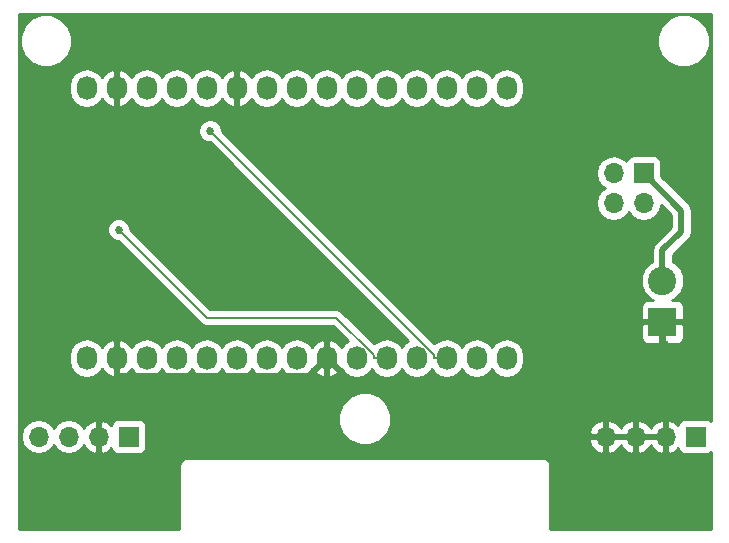
<source format=gbl>
G04 #@! TF.FileFunction,Copper,L2,Bot,Mixed*
%FSLAX46Y46*%
G04 Gerber Fmt 4.6, Leading zero omitted, Abs format (unit mm)*
G04 Created by KiCad (PCBNEW 4.0.6) date Thu Jun 20 17:07:18 2019*
%MOMM*%
%LPD*%
G01*
G04 APERTURE LIST*
%ADD10C,0.100000*%
%ADD11O,1.727200X2.032000*%
%ADD12C,2.400000*%
%ADD13R,2.400000X2.400000*%
%ADD14R,1.700000X1.700000*%
%ADD15O,1.700000X1.700000*%
%ADD16C,0.685800*%
%ADD17C,0.508000*%
%ADD18C,0.152400*%
%ADD19C,0.254000*%
G04 APERTURE END LIST*
D10*
D11*
X142000000Y-62000000D03*
X139460000Y-62000000D03*
X136920000Y-62000000D03*
X134380000Y-62000000D03*
X131840000Y-62000000D03*
X129300000Y-62000000D03*
X126760000Y-62000000D03*
X124220000Y-62000000D03*
X121680000Y-62000000D03*
X119140000Y-62000000D03*
X116600000Y-62000000D03*
X114060000Y-62000000D03*
X111520000Y-62000000D03*
X108980000Y-62000000D03*
X106440000Y-62000000D03*
X142000000Y-84860000D03*
X111520000Y-84860000D03*
X108980000Y-84860000D03*
X114060000Y-84860000D03*
X129300000Y-84860000D03*
X131840000Y-84860000D03*
X126760000Y-84860000D03*
X106440000Y-84860000D03*
X121680000Y-84860000D03*
X124220000Y-84860000D03*
X119140000Y-84860000D03*
X116600000Y-84860000D03*
X136920000Y-84860000D03*
X134380000Y-84860000D03*
X139460000Y-84860000D03*
D12*
X155200000Y-78300000D03*
D13*
X155200000Y-81800000D03*
D14*
X153600000Y-69200000D03*
D15*
X153600000Y-71740000D03*
X151060000Y-69200000D03*
X151060000Y-71740000D03*
D14*
X110000000Y-91500000D03*
D15*
X107460000Y-91500000D03*
X104920000Y-91500000D03*
X102380000Y-91500000D03*
D14*
X158000000Y-91500000D03*
D15*
X155460000Y-91500000D03*
X152920000Y-91500000D03*
X150380000Y-91500000D03*
D16*
X139810000Y-73700000D03*
X109145900Y-73971200D03*
X116895000Y-65625000D03*
D17*
X155200000Y-78300000D02*
X155200000Y-75740000D01*
X156790000Y-72390000D02*
X153600000Y-69200000D01*
X156790000Y-74150000D02*
X156790000Y-72390000D01*
X155200000Y-75740000D02*
X156790000Y-74150000D01*
X155200000Y-81800000D02*
X147820000Y-81800000D01*
X139810000Y-73790000D02*
X139810000Y-73700000D01*
X147820000Y-81800000D02*
X139810000Y-73790000D01*
X155460000Y-83666700D02*
X155200000Y-83406700D01*
X155460000Y-91500000D02*
X155460000Y-83666700D01*
X155200000Y-81800000D02*
X155200000Y-83406700D01*
X107460000Y-91500000D02*
X107460000Y-90243300D01*
X108980000Y-84860000D02*
X108980000Y-86337400D01*
X108980000Y-88723300D02*
X107460000Y-90243300D01*
X108980000Y-86337400D02*
X108980000Y-88723300D01*
X125282600Y-86337400D02*
X108980000Y-86337400D01*
X126760000Y-84860000D02*
X125282600Y-86337400D01*
X150380000Y-91500000D02*
X149123300Y-91500000D01*
X144527500Y-86904200D02*
X149123300Y-91500000D01*
X128804200Y-86904200D02*
X144527500Y-86904200D01*
X126760000Y-84860000D02*
X128804200Y-86904200D01*
D18*
X116609700Y-81435000D02*
X109145900Y-73971200D01*
X127595600Y-81435000D02*
X116609700Y-81435000D01*
X130747500Y-84586900D02*
X127595600Y-81435000D01*
X130747500Y-84860000D02*
X130747500Y-84586900D01*
X131840000Y-84860000D02*
X130747500Y-84860000D01*
X136920000Y-84860000D02*
X135827500Y-84860000D01*
X135827500Y-84557500D02*
X116895000Y-65625000D01*
X135827500Y-84860000D02*
X135827500Y-84557500D01*
D19*
G36*
X159290000Y-90182099D02*
X159101890Y-90053569D01*
X158850000Y-90002560D01*
X157150000Y-90002560D01*
X156914683Y-90046838D01*
X156698559Y-90185910D01*
X156553569Y-90398110D01*
X156531699Y-90506107D01*
X156226924Y-90228355D01*
X155816890Y-90058524D01*
X155587000Y-90179845D01*
X155587000Y-91373000D01*
X155607000Y-91373000D01*
X155607000Y-91627000D01*
X155587000Y-91627000D01*
X155587000Y-92820155D01*
X155816890Y-92941476D01*
X156226924Y-92771645D01*
X156529937Y-92495499D01*
X156546838Y-92585317D01*
X156685910Y-92801441D01*
X156898110Y-92946431D01*
X157150000Y-92997440D01*
X158850000Y-92997440D01*
X159085317Y-92953162D01*
X159290000Y-92821452D01*
X159290000Y-99290000D01*
X145710000Y-99290000D01*
X145710000Y-94000000D01*
X145655954Y-93728295D01*
X145502046Y-93497954D01*
X145271705Y-93344046D01*
X145000000Y-93290000D01*
X115000000Y-93290000D01*
X114728295Y-93344046D01*
X114497954Y-93497954D01*
X114344046Y-93728295D01*
X114290000Y-94000000D01*
X114290000Y-99290000D01*
X100710000Y-99290000D01*
X100710000Y-91470907D01*
X100895000Y-91470907D01*
X100895000Y-91529093D01*
X101008039Y-92097378D01*
X101329946Y-92579147D01*
X101811715Y-92901054D01*
X102380000Y-93014093D01*
X102948285Y-92901054D01*
X103430054Y-92579147D01*
X103650000Y-92249974D01*
X103869946Y-92579147D01*
X104351715Y-92901054D01*
X104920000Y-93014093D01*
X105488285Y-92901054D01*
X105970054Y-92579147D01*
X106197702Y-92238447D01*
X106264817Y-92381358D01*
X106693076Y-92771645D01*
X107103110Y-92941476D01*
X107333000Y-92820155D01*
X107333000Y-91627000D01*
X107313000Y-91627000D01*
X107313000Y-91373000D01*
X107333000Y-91373000D01*
X107333000Y-90179845D01*
X107587000Y-90179845D01*
X107587000Y-91373000D01*
X107607000Y-91373000D01*
X107607000Y-91627000D01*
X107587000Y-91627000D01*
X107587000Y-92820155D01*
X107816890Y-92941476D01*
X108226924Y-92771645D01*
X108529937Y-92495499D01*
X108546838Y-92585317D01*
X108685910Y-92801441D01*
X108898110Y-92946431D01*
X109150000Y-92997440D01*
X110850000Y-92997440D01*
X111085317Y-92953162D01*
X111301441Y-92814090D01*
X111446431Y-92601890D01*
X111497440Y-92350000D01*
X111497440Y-90650000D01*
X111458419Y-90442619D01*
X127764613Y-90442619D01*
X128104155Y-91264372D01*
X128732321Y-91893636D01*
X129553481Y-92234611D01*
X130442619Y-92235387D01*
X131264372Y-91895845D01*
X131303393Y-91856892D01*
X148938514Y-91856892D01*
X149184817Y-92381358D01*
X149613076Y-92771645D01*
X150023110Y-92941476D01*
X150253000Y-92820155D01*
X150253000Y-91627000D01*
X150507000Y-91627000D01*
X150507000Y-92820155D01*
X150736890Y-92941476D01*
X151146924Y-92771645D01*
X151575183Y-92381358D01*
X151650000Y-92222046D01*
X151724817Y-92381358D01*
X152153076Y-92771645D01*
X152563110Y-92941476D01*
X152793000Y-92820155D01*
X152793000Y-91627000D01*
X153047000Y-91627000D01*
X153047000Y-92820155D01*
X153276890Y-92941476D01*
X153686924Y-92771645D01*
X154115183Y-92381358D01*
X154190000Y-92222046D01*
X154264817Y-92381358D01*
X154693076Y-92771645D01*
X155103110Y-92941476D01*
X155333000Y-92820155D01*
X155333000Y-91627000D01*
X153047000Y-91627000D01*
X152793000Y-91627000D01*
X150507000Y-91627000D01*
X150253000Y-91627000D01*
X149059181Y-91627000D01*
X148938514Y-91856892D01*
X131303393Y-91856892D01*
X131893636Y-91267679D01*
X131945362Y-91143108D01*
X148938514Y-91143108D01*
X149059181Y-91373000D01*
X150253000Y-91373000D01*
X150253000Y-90179845D01*
X150507000Y-90179845D01*
X150507000Y-91373000D01*
X152793000Y-91373000D01*
X152793000Y-90179845D01*
X153047000Y-90179845D01*
X153047000Y-91373000D01*
X155333000Y-91373000D01*
X155333000Y-90179845D01*
X155103110Y-90058524D01*
X154693076Y-90228355D01*
X154264817Y-90618642D01*
X154190000Y-90777954D01*
X154115183Y-90618642D01*
X153686924Y-90228355D01*
X153276890Y-90058524D01*
X153047000Y-90179845D01*
X152793000Y-90179845D01*
X152563110Y-90058524D01*
X152153076Y-90228355D01*
X151724817Y-90618642D01*
X151650000Y-90777954D01*
X151575183Y-90618642D01*
X151146924Y-90228355D01*
X150736890Y-90058524D01*
X150507000Y-90179845D01*
X150253000Y-90179845D01*
X150023110Y-90058524D01*
X149613076Y-90228355D01*
X149184817Y-90618642D01*
X148938514Y-91143108D01*
X131945362Y-91143108D01*
X132234611Y-90446519D01*
X132235387Y-89557381D01*
X131895845Y-88735628D01*
X131267679Y-88106364D01*
X130446519Y-87765389D01*
X129557381Y-87764613D01*
X128735628Y-88104155D01*
X128106364Y-88732321D01*
X127765389Y-89553481D01*
X127764613Y-90442619D01*
X111458419Y-90442619D01*
X111453162Y-90414683D01*
X111314090Y-90198559D01*
X111101890Y-90053569D01*
X110850000Y-90002560D01*
X109150000Y-90002560D01*
X108914683Y-90046838D01*
X108698559Y-90185910D01*
X108553569Y-90398110D01*
X108531699Y-90506107D01*
X108226924Y-90228355D01*
X107816890Y-90058524D01*
X107587000Y-90179845D01*
X107333000Y-90179845D01*
X107103110Y-90058524D01*
X106693076Y-90228355D01*
X106264817Y-90618642D01*
X106197702Y-90761553D01*
X105970054Y-90420853D01*
X105488285Y-90098946D01*
X104920000Y-89985907D01*
X104351715Y-90098946D01*
X103869946Y-90420853D01*
X103650000Y-90750026D01*
X103430054Y-90420853D01*
X102948285Y-90098946D01*
X102380000Y-89985907D01*
X101811715Y-90098946D01*
X101329946Y-90420853D01*
X101008039Y-90902622D01*
X100895000Y-91470907D01*
X100710000Y-91470907D01*
X100710000Y-84675255D01*
X104941400Y-84675255D01*
X104941400Y-85044745D01*
X105055474Y-85618234D01*
X105380330Y-86104415D01*
X105866511Y-86429271D01*
X106440000Y-86543345D01*
X107013489Y-86429271D01*
X107499670Y-86104415D01*
X107706461Y-85794931D01*
X108077964Y-86210732D01*
X108605209Y-86464709D01*
X108620974Y-86467358D01*
X108853000Y-86346217D01*
X108853000Y-84987000D01*
X108833000Y-84987000D01*
X108833000Y-84733000D01*
X108853000Y-84733000D01*
X108853000Y-83373783D01*
X109107000Y-83373783D01*
X109107000Y-84733000D01*
X109127000Y-84733000D01*
X109127000Y-84987000D01*
X109107000Y-84987000D01*
X109107000Y-86346217D01*
X109339026Y-86467358D01*
X109354791Y-86464709D01*
X109882036Y-86210732D01*
X110253539Y-85794931D01*
X110460330Y-86104415D01*
X110946511Y-86429271D01*
X111520000Y-86543345D01*
X112093489Y-86429271D01*
X112579670Y-86104415D01*
X112790000Y-85789634D01*
X113000330Y-86104415D01*
X113486511Y-86429271D01*
X114060000Y-86543345D01*
X114633489Y-86429271D01*
X115119670Y-86104415D01*
X115330000Y-85789634D01*
X115540330Y-86104415D01*
X116026511Y-86429271D01*
X116600000Y-86543345D01*
X117173489Y-86429271D01*
X117659670Y-86104415D01*
X117870000Y-85789634D01*
X118080330Y-86104415D01*
X118566511Y-86429271D01*
X119140000Y-86543345D01*
X119713489Y-86429271D01*
X120199670Y-86104415D01*
X120410000Y-85789634D01*
X120620330Y-86104415D01*
X121106511Y-86429271D01*
X121680000Y-86543345D01*
X122253489Y-86429271D01*
X122739670Y-86104415D01*
X122950000Y-85789634D01*
X123160330Y-86104415D01*
X123646511Y-86429271D01*
X124220000Y-86543345D01*
X124793489Y-86429271D01*
X125279670Y-86104415D01*
X125486461Y-85794931D01*
X125857964Y-86210732D01*
X126385209Y-86464709D01*
X126400974Y-86467358D01*
X126633000Y-86346217D01*
X126633000Y-84987000D01*
X126613000Y-84987000D01*
X126613000Y-84733000D01*
X126633000Y-84733000D01*
X126633000Y-83373783D01*
X126400974Y-83252642D01*
X126385209Y-83255291D01*
X125857964Y-83509268D01*
X125486461Y-83925069D01*
X125279670Y-83615585D01*
X124793489Y-83290729D01*
X124220000Y-83176655D01*
X123646511Y-83290729D01*
X123160330Y-83615585D01*
X122950000Y-83930366D01*
X122739670Y-83615585D01*
X122253489Y-83290729D01*
X121680000Y-83176655D01*
X121106511Y-83290729D01*
X120620330Y-83615585D01*
X120410000Y-83930366D01*
X120199670Y-83615585D01*
X119713489Y-83290729D01*
X119140000Y-83176655D01*
X118566511Y-83290729D01*
X118080330Y-83615585D01*
X117870000Y-83930366D01*
X117659670Y-83615585D01*
X117173489Y-83290729D01*
X116600000Y-83176655D01*
X116026511Y-83290729D01*
X115540330Y-83615585D01*
X115330000Y-83930366D01*
X115119670Y-83615585D01*
X114633489Y-83290729D01*
X114060000Y-83176655D01*
X113486511Y-83290729D01*
X113000330Y-83615585D01*
X112790000Y-83930366D01*
X112579670Y-83615585D01*
X112093489Y-83290729D01*
X111520000Y-83176655D01*
X110946511Y-83290729D01*
X110460330Y-83615585D01*
X110253539Y-83925069D01*
X109882036Y-83509268D01*
X109354791Y-83255291D01*
X109339026Y-83252642D01*
X109107000Y-83373783D01*
X108853000Y-83373783D01*
X108620974Y-83252642D01*
X108605209Y-83255291D01*
X108077964Y-83509268D01*
X107706461Y-83925069D01*
X107499670Y-83615585D01*
X107013489Y-83290729D01*
X106440000Y-83176655D01*
X105866511Y-83290729D01*
X105380330Y-83615585D01*
X105055474Y-84101766D01*
X104941400Y-84675255D01*
X100710000Y-84675255D01*
X100710000Y-74164863D01*
X108167831Y-74164863D01*
X108316393Y-74524412D01*
X108591241Y-74799740D01*
X108950530Y-74948930D01*
X109117988Y-74949076D01*
X116106806Y-81937894D01*
X116337535Y-82092063D01*
X116382690Y-82101045D01*
X116609700Y-82146200D01*
X127301012Y-82146200D01*
X128558082Y-83403270D01*
X128240330Y-83615585D01*
X128033539Y-83925069D01*
X127662036Y-83509268D01*
X127134791Y-83255291D01*
X127119026Y-83252642D01*
X126887000Y-83373783D01*
X126887000Y-84733000D01*
X126907000Y-84733000D01*
X126907000Y-84987000D01*
X126887000Y-84987000D01*
X126887000Y-86346217D01*
X127119026Y-86467358D01*
X127134791Y-86464709D01*
X127662036Y-86210732D01*
X128033539Y-85794931D01*
X128240330Y-86104415D01*
X128726511Y-86429271D01*
X129300000Y-86543345D01*
X129873489Y-86429271D01*
X130359670Y-86104415D01*
X130570000Y-85789634D01*
X130780330Y-86104415D01*
X131266511Y-86429271D01*
X131840000Y-86543345D01*
X132413489Y-86429271D01*
X132899670Y-86104415D01*
X133110000Y-85789634D01*
X133320330Y-86104415D01*
X133806511Y-86429271D01*
X134380000Y-86543345D01*
X134953489Y-86429271D01*
X135439670Y-86104415D01*
X135650000Y-85789634D01*
X135860330Y-86104415D01*
X136346511Y-86429271D01*
X136920000Y-86543345D01*
X137493489Y-86429271D01*
X137979670Y-86104415D01*
X138190000Y-85789634D01*
X138400330Y-86104415D01*
X138886511Y-86429271D01*
X139460000Y-86543345D01*
X140033489Y-86429271D01*
X140519670Y-86104415D01*
X140730000Y-85789634D01*
X140940330Y-86104415D01*
X141426511Y-86429271D01*
X142000000Y-86543345D01*
X142573489Y-86429271D01*
X143059670Y-86104415D01*
X143384526Y-85618234D01*
X143498600Y-85044745D01*
X143498600Y-84675255D01*
X143384526Y-84101766D01*
X143059670Y-83615585D01*
X142573489Y-83290729D01*
X142000000Y-83176655D01*
X141426511Y-83290729D01*
X140940330Y-83615585D01*
X140730000Y-83930366D01*
X140519670Y-83615585D01*
X140033489Y-83290729D01*
X139460000Y-83176655D01*
X138886511Y-83290729D01*
X138400330Y-83615585D01*
X138190000Y-83930366D01*
X137979670Y-83615585D01*
X137493489Y-83290729D01*
X136920000Y-83176655D01*
X136346511Y-83290729D01*
X135878939Y-83603151D01*
X134361539Y-82085750D01*
X153365000Y-82085750D01*
X153365000Y-83126309D01*
X153461673Y-83359698D01*
X153640301Y-83538327D01*
X153873690Y-83635000D01*
X154914250Y-83635000D01*
X155073000Y-83476250D01*
X155073000Y-81927000D01*
X155327000Y-81927000D01*
X155327000Y-83476250D01*
X155485750Y-83635000D01*
X156526310Y-83635000D01*
X156759699Y-83538327D01*
X156938327Y-83359698D01*
X157035000Y-83126309D01*
X157035000Y-82085750D01*
X156876250Y-81927000D01*
X155327000Y-81927000D01*
X155073000Y-81927000D01*
X153523750Y-81927000D01*
X153365000Y-82085750D01*
X134361539Y-82085750D01*
X121446696Y-69170907D01*
X149575000Y-69170907D01*
X149575000Y-69229093D01*
X149688039Y-69797378D01*
X150009946Y-70279147D01*
X150295578Y-70470000D01*
X150009946Y-70660853D01*
X149688039Y-71142622D01*
X149575000Y-71710907D01*
X149575000Y-71769093D01*
X149688039Y-72337378D01*
X150009946Y-72819147D01*
X150491715Y-73141054D01*
X151060000Y-73254093D01*
X151628285Y-73141054D01*
X152110054Y-72819147D01*
X152330000Y-72489974D01*
X152549946Y-72819147D01*
X153031715Y-73141054D01*
X153600000Y-73254093D01*
X154168285Y-73141054D01*
X154650054Y-72819147D01*
X154971961Y-72337378D01*
X155056274Y-71913510D01*
X155901000Y-72758236D01*
X155901000Y-73781764D01*
X154571382Y-75111382D01*
X154378671Y-75399794D01*
X154311000Y-75740000D01*
X154311000Y-76681854D01*
X154161914Y-76743455D01*
X153645270Y-77259199D01*
X153365319Y-77933395D01*
X153364682Y-78663403D01*
X153643455Y-79338086D01*
X154159199Y-79854730D01*
X154424758Y-79965000D01*
X153873690Y-79965000D01*
X153640301Y-80061673D01*
X153461673Y-80240302D01*
X153365000Y-80473691D01*
X153365000Y-81514250D01*
X153523750Y-81673000D01*
X155073000Y-81673000D01*
X155073000Y-81653000D01*
X155327000Y-81653000D01*
X155327000Y-81673000D01*
X156876250Y-81673000D01*
X157035000Y-81514250D01*
X157035000Y-80473691D01*
X156938327Y-80240302D01*
X156759699Y-80061673D01*
X156526310Y-79965000D01*
X155975605Y-79965000D01*
X156238086Y-79856545D01*
X156754730Y-79340801D01*
X157034681Y-78666605D01*
X157035318Y-77936597D01*
X156756545Y-77261914D01*
X156240801Y-76745270D01*
X156089000Y-76682237D01*
X156089000Y-76108236D01*
X157418618Y-74778618D01*
X157611330Y-74490205D01*
X157679000Y-74150000D01*
X157679000Y-72390000D01*
X157611329Y-72049794D01*
X157418618Y-71761382D01*
X155097440Y-69440204D01*
X155097440Y-68350000D01*
X155053162Y-68114683D01*
X154914090Y-67898559D01*
X154701890Y-67753569D01*
X154450000Y-67702560D01*
X152750000Y-67702560D01*
X152514683Y-67746838D01*
X152298559Y-67885910D01*
X152153569Y-68098110D01*
X152139914Y-68165541D01*
X152110054Y-68120853D01*
X151628285Y-67798946D01*
X151060000Y-67685907D01*
X150491715Y-67798946D01*
X150009946Y-68120853D01*
X149688039Y-68602622D01*
X149575000Y-69170907D01*
X121446696Y-69170907D01*
X117872925Y-65597136D01*
X117873069Y-65431337D01*
X117724507Y-65071788D01*
X117449659Y-64796460D01*
X117090370Y-64647270D01*
X116701337Y-64646931D01*
X116341788Y-64795493D01*
X116066460Y-65070341D01*
X115917270Y-65429630D01*
X115916931Y-65818663D01*
X116065493Y-66178212D01*
X116340341Y-66453540D01*
X116699630Y-66602730D01*
X116867088Y-66602876D01*
X133655705Y-83391494D01*
X133320330Y-83615585D01*
X133110000Y-83930366D01*
X132899670Y-83615585D01*
X132413489Y-83290729D01*
X131840000Y-83176655D01*
X131266511Y-83290729D01*
X130781315Y-83614927D01*
X128098494Y-80932106D01*
X127867765Y-80777937D01*
X127595600Y-80723800D01*
X116904288Y-80723800D01*
X110123825Y-73943337D01*
X110123969Y-73777537D01*
X109975407Y-73417988D01*
X109700559Y-73142660D01*
X109341270Y-72993470D01*
X108952237Y-72993131D01*
X108592688Y-73141693D01*
X108317360Y-73416541D01*
X108168170Y-73775830D01*
X108167831Y-74164863D01*
X100710000Y-74164863D01*
X100710000Y-61815255D01*
X104941400Y-61815255D01*
X104941400Y-62184745D01*
X105055474Y-62758234D01*
X105380330Y-63244415D01*
X105866511Y-63569271D01*
X106440000Y-63683345D01*
X107013489Y-63569271D01*
X107499670Y-63244415D01*
X107706461Y-62934931D01*
X108077964Y-63350732D01*
X108605209Y-63604709D01*
X108620974Y-63607358D01*
X108853000Y-63486217D01*
X108853000Y-62127000D01*
X108833000Y-62127000D01*
X108833000Y-61873000D01*
X108853000Y-61873000D01*
X108853000Y-60513783D01*
X109107000Y-60513783D01*
X109107000Y-61873000D01*
X109127000Y-61873000D01*
X109127000Y-62127000D01*
X109107000Y-62127000D01*
X109107000Y-63486217D01*
X109339026Y-63607358D01*
X109354791Y-63604709D01*
X109882036Y-63350732D01*
X110253539Y-62934931D01*
X110460330Y-63244415D01*
X110946511Y-63569271D01*
X111520000Y-63683345D01*
X112093489Y-63569271D01*
X112579670Y-63244415D01*
X112790000Y-62929634D01*
X113000330Y-63244415D01*
X113486511Y-63569271D01*
X114060000Y-63683345D01*
X114633489Y-63569271D01*
X115119670Y-63244415D01*
X115330000Y-62929634D01*
X115540330Y-63244415D01*
X116026511Y-63569271D01*
X116600000Y-63683345D01*
X117173489Y-63569271D01*
X117659670Y-63244415D01*
X117866461Y-62934931D01*
X118237964Y-63350732D01*
X118765209Y-63604709D01*
X118780974Y-63607358D01*
X119013000Y-63486217D01*
X119013000Y-62127000D01*
X118993000Y-62127000D01*
X118993000Y-61873000D01*
X119013000Y-61873000D01*
X119013000Y-60513783D01*
X119267000Y-60513783D01*
X119267000Y-61873000D01*
X119287000Y-61873000D01*
X119287000Y-62127000D01*
X119267000Y-62127000D01*
X119267000Y-63486217D01*
X119499026Y-63607358D01*
X119514791Y-63604709D01*
X120042036Y-63350732D01*
X120413539Y-62934931D01*
X120620330Y-63244415D01*
X121106511Y-63569271D01*
X121680000Y-63683345D01*
X122253489Y-63569271D01*
X122739670Y-63244415D01*
X122950000Y-62929634D01*
X123160330Y-63244415D01*
X123646511Y-63569271D01*
X124220000Y-63683345D01*
X124793489Y-63569271D01*
X125279670Y-63244415D01*
X125490000Y-62929634D01*
X125700330Y-63244415D01*
X126186511Y-63569271D01*
X126760000Y-63683345D01*
X127333489Y-63569271D01*
X127819670Y-63244415D01*
X128030000Y-62929634D01*
X128240330Y-63244415D01*
X128726511Y-63569271D01*
X129300000Y-63683345D01*
X129873489Y-63569271D01*
X130359670Y-63244415D01*
X130570000Y-62929634D01*
X130780330Y-63244415D01*
X131266511Y-63569271D01*
X131840000Y-63683345D01*
X132413489Y-63569271D01*
X132899670Y-63244415D01*
X133110000Y-62929634D01*
X133320330Y-63244415D01*
X133806511Y-63569271D01*
X134380000Y-63683345D01*
X134953489Y-63569271D01*
X135439670Y-63244415D01*
X135650000Y-62929634D01*
X135860330Y-63244415D01*
X136346511Y-63569271D01*
X136920000Y-63683345D01*
X137493489Y-63569271D01*
X137979670Y-63244415D01*
X138190000Y-62929634D01*
X138400330Y-63244415D01*
X138886511Y-63569271D01*
X139460000Y-63683345D01*
X140033489Y-63569271D01*
X140519670Y-63244415D01*
X140730000Y-62929634D01*
X140940330Y-63244415D01*
X141426511Y-63569271D01*
X142000000Y-63683345D01*
X142573489Y-63569271D01*
X143059670Y-63244415D01*
X143384526Y-62758234D01*
X143498600Y-62184745D01*
X143498600Y-61815255D01*
X143384526Y-61241766D01*
X143059670Y-60755585D01*
X142573489Y-60430729D01*
X142000000Y-60316655D01*
X141426511Y-60430729D01*
X140940330Y-60755585D01*
X140730000Y-61070366D01*
X140519670Y-60755585D01*
X140033489Y-60430729D01*
X139460000Y-60316655D01*
X138886511Y-60430729D01*
X138400330Y-60755585D01*
X138190000Y-61070366D01*
X137979670Y-60755585D01*
X137493489Y-60430729D01*
X136920000Y-60316655D01*
X136346511Y-60430729D01*
X135860330Y-60755585D01*
X135650000Y-61070366D01*
X135439670Y-60755585D01*
X134953489Y-60430729D01*
X134380000Y-60316655D01*
X133806511Y-60430729D01*
X133320330Y-60755585D01*
X133110000Y-61070366D01*
X132899670Y-60755585D01*
X132413489Y-60430729D01*
X131840000Y-60316655D01*
X131266511Y-60430729D01*
X130780330Y-60755585D01*
X130570000Y-61070366D01*
X130359670Y-60755585D01*
X129873489Y-60430729D01*
X129300000Y-60316655D01*
X128726511Y-60430729D01*
X128240330Y-60755585D01*
X128030000Y-61070366D01*
X127819670Y-60755585D01*
X127333489Y-60430729D01*
X126760000Y-60316655D01*
X126186511Y-60430729D01*
X125700330Y-60755585D01*
X125490000Y-61070366D01*
X125279670Y-60755585D01*
X124793489Y-60430729D01*
X124220000Y-60316655D01*
X123646511Y-60430729D01*
X123160330Y-60755585D01*
X122950000Y-61070366D01*
X122739670Y-60755585D01*
X122253489Y-60430729D01*
X121680000Y-60316655D01*
X121106511Y-60430729D01*
X120620330Y-60755585D01*
X120413539Y-61065069D01*
X120042036Y-60649268D01*
X119514791Y-60395291D01*
X119499026Y-60392642D01*
X119267000Y-60513783D01*
X119013000Y-60513783D01*
X118780974Y-60392642D01*
X118765209Y-60395291D01*
X118237964Y-60649268D01*
X117866461Y-61065069D01*
X117659670Y-60755585D01*
X117173489Y-60430729D01*
X116600000Y-60316655D01*
X116026511Y-60430729D01*
X115540330Y-60755585D01*
X115330000Y-61070366D01*
X115119670Y-60755585D01*
X114633489Y-60430729D01*
X114060000Y-60316655D01*
X113486511Y-60430729D01*
X113000330Y-60755585D01*
X112790000Y-61070366D01*
X112579670Y-60755585D01*
X112093489Y-60430729D01*
X111520000Y-60316655D01*
X110946511Y-60430729D01*
X110460330Y-60755585D01*
X110253539Y-61065069D01*
X109882036Y-60649268D01*
X109354791Y-60395291D01*
X109339026Y-60392642D01*
X109107000Y-60513783D01*
X108853000Y-60513783D01*
X108620974Y-60392642D01*
X108605209Y-60395291D01*
X108077964Y-60649268D01*
X107706461Y-61065069D01*
X107499670Y-60755585D01*
X107013489Y-60430729D01*
X106440000Y-60316655D01*
X105866511Y-60430729D01*
X105380330Y-60755585D01*
X105055474Y-61241766D01*
X104941400Y-61815255D01*
X100710000Y-61815255D01*
X100710000Y-58442619D01*
X100764613Y-58442619D01*
X101104155Y-59264372D01*
X101732321Y-59893636D01*
X102553481Y-60234611D01*
X103442619Y-60235387D01*
X104264372Y-59895845D01*
X104893636Y-59267679D01*
X105234611Y-58446519D01*
X105234614Y-58442619D01*
X154764613Y-58442619D01*
X155104155Y-59264372D01*
X155732321Y-59893636D01*
X156553481Y-60234611D01*
X157442619Y-60235387D01*
X158264372Y-59895845D01*
X158893636Y-59267679D01*
X159234611Y-58446519D01*
X159235387Y-57557381D01*
X158895845Y-56735628D01*
X158267679Y-56106364D01*
X157446519Y-55765389D01*
X156557381Y-55764613D01*
X155735628Y-56104155D01*
X155106364Y-56732321D01*
X154765389Y-57553481D01*
X154764613Y-58442619D01*
X105234614Y-58442619D01*
X105235387Y-57557381D01*
X104895845Y-56735628D01*
X104267679Y-56106364D01*
X103446519Y-55765389D01*
X102557381Y-55764613D01*
X101735628Y-56104155D01*
X101106364Y-56732321D01*
X100765389Y-57553481D01*
X100764613Y-58442619D01*
X100710000Y-58442619D01*
X100710000Y-55710000D01*
X159290000Y-55710000D01*
X159290000Y-90182099D01*
X159290000Y-90182099D01*
G37*
X159290000Y-90182099D02*
X159101890Y-90053569D01*
X158850000Y-90002560D01*
X157150000Y-90002560D01*
X156914683Y-90046838D01*
X156698559Y-90185910D01*
X156553569Y-90398110D01*
X156531699Y-90506107D01*
X156226924Y-90228355D01*
X155816890Y-90058524D01*
X155587000Y-90179845D01*
X155587000Y-91373000D01*
X155607000Y-91373000D01*
X155607000Y-91627000D01*
X155587000Y-91627000D01*
X155587000Y-92820155D01*
X155816890Y-92941476D01*
X156226924Y-92771645D01*
X156529937Y-92495499D01*
X156546838Y-92585317D01*
X156685910Y-92801441D01*
X156898110Y-92946431D01*
X157150000Y-92997440D01*
X158850000Y-92997440D01*
X159085317Y-92953162D01*
X159290000Y-92821452D01*
X159290000Y-99290000D01*
X145710000Y-99290000D01*
X145710000Y-94000000D01*
X145655954Y-93728295D01*
X145502046Y-93497954D01*
X145271705Y-93344046D01*
X145000000Y-93290000D01*
X115000000Y-93290000D01*
X114728295Y-93344046D01*
X114497954Y-93497954D01*
X114344046Y-93728295D01*
X114290000Y-94000000D01*
X114290000Y-99290000D01*
X100710000Y-99290000D01*
X100710000Y-91470907D01*
X100895000Y-91470907D01*
X100895000Y-91529093D01*
X101008039Y-92097378D01*
X101329946Y-92579147D01*
X101811715Y-92901054D01*
X102380000Y-93014093D01*
X102948285Y-92901054D01*
X103430054Y-92579147D01*
X103650000Y-92249974D01*
X103869946Y-92579147D01*
X104351715Y-92901054D01*
X104920000Y-93014093D01*
X105488285Y-92901054D01*
X105970054Y-92579147D01*
X106197702Y-92238447D01*
X106264817Y-92381358D01*
X106693076Y-92771645D01*
X107103110Y-92941476D01*
X107333000Y-92820155D01*
X107333000Y-91627000D01*
X107313000Y-91627000D01*
X107313000Y-91373000D01*
X107333000Y-91373000D01*
X107333000Y-90179845D01*
X107587000Y-90179845D01*
X107587000Y-91373000D01*
X107607000Y-91373000D01*
X107607000Y-91627000D01*
X107587000Y-91627000D01*
X107587000Y-92820155D01*
X107816890Y-92941476D01*
X108226924Y-92771645D01*
X108529937Y-92495499D01*
X108546838Y-92585317D01*
X108685910Y-92801441D01*
X108898110Y-92946431D01*
X109150000Y-92997440D01*
X110850000Y-92997440D01*
X111085317Y-92953162D01*
X111301441Y-92814090D01*
X111446431Y-92601890D01*
X111497440Y-92350000D01*
X111497440Y-90650000D01*
X111458419Y-90442619D01*
X127764613Y-90442619D01*
X128104155Y-91264372D01*
X128732321Y-91893636D01*
X129553481Y-92234611D01*
X130442619Y-92235387D01*
X131264372Y-91895845D01*
X131303393Y-91856892D01*
X148938514Y-91856892D01*
X149184817Y-92381358D01*
X149613076Y-92771645D01*
X150023110Y-92941476D01*
X150253000Y-92820155D01*
X150253000Y-91627000D01*
X150507000Y-91627000D01*
X150507000Y-92820155D01*
X150736890Y-92941476D01*
X151146924Y-92771645D01*
X151575183Y-92381358D01*
X151650000Y-92222046D01*
X151724817Y-92381358D01*
X152153076Y-92771645D01*
X152563110Y-92941476D01*
X152793000Y-92820155D01*
X152793000Y-91627000D01*
X153047000Y-91627000D01*
X153047000Y-92820155D01*
X153276890Y-92941476D01*
X153686924Y-92771645D01*
X154115183Y-92381358D01*
X154190000Y-92222046D01*
X154264817Y-92381358D01*
X154693076Y-92771645D01*
X155103110Y-92941476D01*
X155333000Y-92820155D01*
X155333000Y-91627000D01*
X153047000Y-91627000D01*
X152793000Y-91627000D01*
X150507000Y-91627000D01*
X150253000Y-91627000D01*
X149059181Y-91627000D01*
X148938514Y-91856892D01*
X131303393Y-91856892D01*
X131893636Y-91267679D01*
X131945362Y-91143108D01*
X148938514Y-91143108D01*
X149059181Y-91373000D01*
X150253000Y-91373000D01*
X150253000Y-90179845D01*
X150507000Y-90179845D01*
X150507000Y-91373000D01*
X152793000Y-91373000D01*
X152793000Y-90179845D01*
X153047000Y-90179845D01*
X153047000Y-91373000D01*
X155333000Y-91373000D01*
X155333000Y-90179845D01*
X155103110Y-90058524D01*
X154693076Y-90228355D01*
X154264817Y-90618642D01*
X154190000Y-90777954D01*
X154115183Y-90618642D01*
X153686924Y-90228355D01*
X153276890Y-90058524D01*
X153047000Y-90179845D01*
X152793000Y-90179845D01*
X152563110Y-90058524D01*
X152153076Y-90228355D01*
X151724817Y-90618642D01*
X151650000Y-90777954D01*
X151575183Y-90618642D01*
X151146924Y-90228355D01*
X150736890Y-90058524D01*
X150507000Y-90179845D01*
X150253000Y-90179845D01*
X150023110Y-90058524D01*
X149613076Y-90228355D01*
X149184817Y-90618642D01*
X148938514Y-91143108D01*
X131945362Y-91143108D01*
X132234611Y-90446519D01*
X132235387Y-89557381D01*
X131895845Y-88735628D01*
X131267679Y-88106364D01*
X130446519Y-87765389D01*
X129557381Y-87764613D01*
X128735628Y-88104155D01*
X128106364Y-88732321D01*
X127765389Y-89553481D01*
X127764613Y-90442619D01*
X111458419Y-90442619D01*
X111453162Y-90414683D01*
X111314090Y-90198559D01*
X111101890Y-90053569D01*
X110850000Y-90002560D01*
X109150000Y-90002560D01*
X108914683Y-90046838D01*
X108698559Y-90185910D01*
X108553569Y-90398110D01*
X108531699Y-90506107D01*
X108226924Y-90228355D01*
X107816890Y-90058524D01*
X107587000Y-90179845D01*
X107333000Y-90179845D01*
X107103110Y-90058524D01*
X106693076Y-90228355D01*
X106264817Y-90618642D01*
X106197702Y-90761553D01*
X105970054Y-90420853D01*
X105488285Y-90098946D01*
X104920000Y-89985907D01*
X104351715Y-90098946D01*
X103869946Y-90420853D01*
X103650000Y-90750026D01*
X103430054Y-90420853D01*
X102948285Y-90098946D01*
X102380000Y-89985907D01*
X101811715Y-90098946D01*
X101329946Y-90420853D01*
X101008039Y-90902622D01*
X100895000Y-91470907D01*
X100710000Y-91470907D01*
X100710000Y-84675255D01*
X104941400Y-84675255D01*
X104941400Y-85044745D01*
X105055474Y-85618234D01*
X105380330Y-86104415D01*
X105866511Y-86429271D01*
X106440000Y-86543345D01*
X107013489Y-86429271D01*
X107499670Y-86104415D01*
X107706461Y-85794931D01*
X108077964Y-86210732D01*
X108605209Y-86464709D01*
X108620974Y-86467358D01*
X108853000Y-86346217D01*
X108853000Y-84987000D01*
X108833000Y-84987000D01*
X108833000Y-84733000D01*
X108853000Y-84733000D01*
X108853000Y-83373783D01*
X109107000Y-83373783D01*
X109107000Y-84733000D01*
X109127000Y-84733000D01*
X109127000Y-84987000D01*
X109107000Y-84987000D01*
X109107000Y-86346217D01*
X109339026Y-86467358D01*
X109354791Y-86464709D01*
X109882036Y-86210732D01*
X110253539Y-85794931D01*
X110460330Y-86104415D01*
X110946511Y-86429271D01*
X111520000Y-86543345D01*
X112093489Y-86429271D01*
X112579670Y-86104415D01*
X112790000Y-85789634D01*
X113000330Y-86104415D01*
X113486511Y-86429271D01*
X114060000Y-86543345D01*
X114633489Y-86429271D01*
X115119670Y-86104415D01*
X115330000Y-85789634D01*
X115540330Y-86104415D01*
X116026511Y-86429271D01*
X116600000Y-86543345D01*
X117173489Y-86429271D01*
X117659670Y-86104415D01*
X117870000Y-85789634D01*
X118080330Y-86104415D01*
X118566511Y-86429271D01*
X119140000Y-86543345D01*
X119713489Y-86429271D01*
X120199670Y-86104415D01*
X120410000Y-85789634D01*
X120620330Y-86104415D01*
X121106511Y-86429271D01*
X121680000Y-86543345D01*
X122253489Y-86429271D01*
X122739670Y-86104415D01*
X122950000Y-85789634D01*
X123160330Y-86104415D01*
X123646511Y-86429271D01*
X124220000Y-86543345D01*
X124793489Y-86429271D01*
X125279670Y-86104415D01*
X125486461Y-85794931D01*
X125857964Y-86210732D01*
X126385209Y-86464709D01*
X126400974Y-86467358D01*
X126633000Y-86346217D01*
X126633000Y-84987000D01*
X126613000Y-84987000D01*
X126613000Y-84733000D01*
X126633000Y-84733000D01*
X126633000Y-83373783D01*
X126400974Y-83252642D01*
X126385209Y-83255291D01*
X125857964Y-83509268D01*
X125486461Y-83925069D01*
X125279670Y-83615585D01*
X124793489Y-83290729D01*
X124220000Y-83176655D01*
X123646511Y-83290729D01*
X123160330Y-83615585D01*
X122950000Y-83930366D01*
X122739670Y-83615585D01*
X122253489Y-83290729D01*
X121680000Y-83176655D01*
X121106511Y-83290729D01*
X120620330Y-83615585D01*
X120410000Y-83930366D01*
X120199670Y-83615585D01*
X119713489Y-83290729D01*
X119140000Y-83176655D01*
X118566511Y-83290729D01*
X118080330Y-83615585D01*
X117870000Y-83930366D01*
X117659670Y-83615585D01*
X117173489Y-83290729D01*
X116600000Y-83176655D01*
X116026511Y-83290729D01*
X115540330Y-83615585D01*
X115330000Y-83930366D01*
X115119670Y-83615585D01*
X114633489Y-83290729D01*
X114060000Y-83176655D01*
X113486511Y-83290729D01*
X113000330Y-83615585D01*
X112790000Y-83930366D01*
X112579670Y-83615585D01*
X112093489Y-83290729D01*
X111520000Y-83176655D01*
X110946511Y-83290729D01*
X110460330Y-83615585D01*
X110253539Y-83925069D01*
X109882036Y-83509268D01*
X109354791Y-83255291D01*
X109339026Y-83252642D01*
X109107000Y-83373783D01*
X108853000Y-83373783D01*
X108620974Y-83252642D01*
X108605209Y-83255291D01*
X108077964Y-83509268D01*
X107706461Y-83925069D01*
X107499670Y-83615585D01*
X107013489Y-83290729D01*
X106440000Y-83176655D01*
X105866511Y-83290729D01*
X105380330Y-83615585D01*
X105055474Y-84101766D01*
X104941400Y-84675255D01*
X100710000Y-84675255D01*
X100710000Y-74164863D01*
X108167831Y-74164863D01*
X108316393Y-74524412D01*
X108591241Y-74799740D01*
X108950530Y-74948930D01*
X109117988Y-74949076D01*
X116106806Y-81937894D01*
X116337535Y-82092063D01*
X116382690Y-82101045D01*
X116609700Y-82146200D01*
X127301012Y-82146200D01*
X128558082Y-83403270D01*
X128240330Y-83615585D01*
X128033539Y-83925069D01*
X127662036Y-83509268D01*
X127134791Y-83255291D01*
X127119026Y-83252642D01*
X126887000Y-83373783D01*
X126887000Y-84733000D01*
X126907000Y-84733000D01*
X126907000Y-84987000D01*
X126887000Y-84987000D01*
X126887000Y-86346217D01*
X127119026Y-86467358D01*
X127134791Y-86464709D01*
X127662036Y-86210732D01*
X128033539Y-85794931D01*
X128240330Y-86104415D01*
X128726511Y-86429271D01*
X129300000Y-86543345D01*
X129873489Y-86429271D01*
X130359670Y-86104415D01*
X130570000Y-85789634D01*
X130780330Y-86104415D01*
X131266511Y-86429271D01*
X131840000Y-86543345D01*
X132413489Y-86429271D01*
X132899670Y-86104415D01*
X133110000Y-85789634D01*
X133320330Y-86104415D01*
X133806511Y-86429271D01*
X134380000Y-86543345D01*
X134953489Y-86429271D01*
X135439670Y-86104415D01*
X135650000Y-85789634D01*
X135860330Y-86104415D01*
X136346511Y-86429271D01*
X136920000Y-86543345D01*
X137493489Y-86429271D01*
X137979670Y-86104415D01*
X138190000Y-85789634D01*
X138400330Y-86104415D01*
X138886511Y-86429271D01*
X139460000Y-86543345D01*
X140033489Y-86429271D01*
X140519670Y-86104415D01*
X140730000Y-85789634D01*
X140940330Y-86104415D01*
X141426511Y-86429271D01*
X142000000Y-86543345D01*
X142573489Y-86429271D01*
X143059670Y-86104415D01*
X143384526Y-85618234D01*
X143498600Y-85044745D01*
X143498600Y-84675255D01*
X143384526Y-84101766D01*
X143059670Y-83615585D01*
X142573489Y-83290729D01*
X142000000Y-83176655D01*
X141426511Y-83290729D01*
X140940330Y-83615585D01*
X140730000Y-83930366D01*
X140519670Y-83615585D01*
X140033489Y-83290729D01*
X139460000Y-83176655D01*
X138886511Y-83290729D01*
X138400330Y-83615585D01*
X138190000Y-83930366D01*
X137979670Y-83615585D01*
X137493489Y-83290729D01*
X136920000Y-83176655D01*
X136346511Y-83290729D01*
X135878939Y-83603151D01*
X134361539Y-82085750D01*
X153365000Y-82085750D01*
X153365000Y-83126309D01*
X153461673Y-83359698D01*
X153640301Y-83538327D01*
X153873690Y-83635000D01*
X154914250Y-83635000D01*
X155073000Y-83476250D01*
X155073000Y-81927000D01*
X155327000Y-81927000D01*
X155327000Y-83476250D01*
X155485750Y-83635000D01*
X156526310Y-83635000D01*
X156759699Y-83538327D01*
X156938327Y-83359698D01*
X157035000Y-83126309D01*
X157035000Y-82085750D01*
X156876250Y-81927000D01*
X155327000Y-81927000D01*
X155073000Y-81927000D01*
X153523750Y-81927000D01*
X153365000Y-82085750D01*
X134361539Y-82085750D01*
X121446696Y-69170907D01*
X149575000Y-69170907D01*
X149575000Y-69229093D01*
X149688039Y-69797378D01*
X150009946Y-70279147D01*
X150295578Y-70470000D01*
X150009946Y-70660853D01*
X149688039Y-71142622D01*
X149575000Y-71710907D01*
X149575000Y-71769093D01*
X149688039Y-72337378D01*
X150009946Y-72819147D01*
X150491715Y-73141054D01*
X151060000Y-73254093D01*
X151628285Y-73141054D01*
X152110054Y-72819147D01*
X152330000Y-72489974D01*
X152549946Y-72819147D01*
X153031715Y-73141054D01*
X153600000Y-73254093D01*
X154168285Y-73141054D01*
X154650054Y-72819147D01*
X154971961Y-72337378D01*
X155056274Y-71913510D01*
X155901000Y-72758236D01*
X155901000Y-73781764D01*
X154571382Y-75111382D01*
X154378671Y-75399794D01*
X154311000Y-75740000D01*
X154311000Y-76681854D01*
X154161914Y-76743455D01*
X153645270Y-77259199D01*
X153365319Y-77933395D01*
X153364682Y-78663403D01*
X153643455Y-79338086D01*
X154159199Y-79854730D01*
X154424758Y-79965000D01*
X153873690Y-79965000D01*
X153640301Y-80061673D01*
X153461673Y-80240302D01*
X153365000Y-80473691D01*
X153365000Y-81514250D01*
X153523750Y-81673000D01*
X155073000Y-81673000D01*
X155073000Y-81653000D01*
X155327000Y-81653000D01*
X155327000Y-81673000D01*
X156876250Y-81673000D01*
X157035000Y-81514250D01*
X157035000Y-80473691D01*
X156938327Y-80240302D01*
X156759699Y-80061673D01*
X156526310Y-79965000D01*
X155975605Y-79965000D01*
X156238086Y-79856545D01*
X156754730Y-79340801D01*
X157034681Y-78666605D01*
X157035318Y-77936597D01*
X156756545Y-77261914D01*
X156240801Y-76745270D01*
X156089000Y-76682237D01*
X156089000Y-76108236D01*
X157418618Y-74778618D01*
X157611330Y-74490205D01*
X157679000Y-74150000D01*
X157679000Y-72390000D01*
X157611329Y-72049794D01*
X157418618Y-71761382D01*
X155097440Y-69440204D01*
X155097440Y-68350000D01*
X155053162Y-68114683D01*
X154914090Y-67898559D01*
X154701890Y-67753569D01*
X154450000Y-67702560D01*
X152750000Y-67702560D01*
X152514683Y-67746838D01*
X152298559Y-67885910D01*
X152153569Y-68098110D01*
X152139914Y-68165541D01*
X152110054Y-68120853D01*
X151628285Y-67798946D01*
X151060000Y-67685907D01*
X150491715Y-67798946D01*
X150009946Y-68120853D01*
X149688039Y-68602622D01*
X149575000Y-69170907D01*
X121446696Y-69170907D01*
X117872925Y-65597136D01*
X117873069Y-65431337D01*
X117724507Y-65071788D01*
X117449659Y-64796460D01*
X117090370Y-64647270D01*
X116701337Y-64646931D01*
X116341788Y-64795493D01*
X116066460Y-65070341D01*
X115917270Y-65429630D01*
X115916931Y-65818663D01*
X116065493Y-66178212D01*
X116340341Y-66453540D01*
X116699630Y-66602730D01*
X116867088Y-66602876D01*
X133655705Y-83391494D01*
X133320330Y-83615585D01*
X133110000Y-83930366D01*
X132899670Y-83615585D01*
X132413489Y-83290729D01*
X131840000Y-83176655D01*
X131266511Y-83290729D01*
X130781315Y-83614927D01*
X128098494Y-80932106D01*
X127867765Y-80777937D01*
X127595600Y-80723800D01*
X116904288Y-80723800D01*
X110123825Y-73943337D01*
X110123969Y-73777537D01*
X109975407Y-73417988D01*
X109700559Y-73142660D01*
X109341270Y-72993470D01*
X108952237Y-72993131D01*
X108592688Y-73141693D01*
X108317360Y-73416541D01*
X108168170Y-73775830D01*
X108167831Y-74164863D01*
X100710000Y-74164863D01*
X100710000Y-61815255D01*
X104941400Y-61815255D01*
X104941400Y-62184745D01*
X105055474Y-62758234D01*
X105380330Y-63244415D01*
X105866511Y-63569271D01*
X106440000Y-63683345D01*
X107013489Y-63569271D01*
X107499670Y-63244415D01*
X107706461Y-62934931D01*
X108077964Y-63350732D01*
X108605209Y-63604709D01*
X108620974Y-63607358D01*
X108853000Y-63486217D01*
X108853000Y-62127000D01*
X108833000Y-62127000D01*
X108833000Y-61873000D01*
X108853000Y-61873000D01*
X108853000Y-60513783D01*
X109107000Y-60513783D01*
X109107000Y-61873000D01*
X109127000Y-61873000D01*
X109127000Y-62127000D01*
X109107000Y-62127000D01*
X109107000Y-63486217D01*
X109339026Y-63607358D01*
X109354791Y-63604709D01*
X109882036Y-63350732D01*
X110253539Y-62934931D01*
X110460330Y-63244415D01*
X110946511Y-63569271D01*
X111520000Y-63683345D01*
X112093489Y-63569271D01*
X112579670Y-63244415D01*
X112790000Y-62929634D01*
X113000330Y-63244415D01*
X113486511Y-63569271D01*
X114060000Y-63683345D01*
X114633489Y-63569271D01*
X115119670Y-63244415D01*
X115330000Y-62929634D01*
X115540330Y-63244415D01*
X116026511Y-63569271D01*
X116600000Y-63683345D01*
X117173489Y-63569271D01*
X117659670Y-63244415D01*
X117866461Y-62934931D01*
X118237964Y-63350732D01*
X118765209Y-63604709D01*
X118780974Y-63607358D01*
X119013000Y-63486217D01*
X119013000Y-62127000D01*
X118993000Y-62127000D01*
X118993000Y-61873000D01*
X119013000Y-61873000D01*
X119013000Y-60513783D01*
X119267000Y-60513783D01*
X119267000Y-61873000D01*
X119287000Y-61873000D01*
X119287000Y-62127000D01*
X119267000Y-62127000D01*
X119267000Y-63486217D01*
X119499026Y-63607358D01*
X119514791Y-63604709D01*
X120042036Y-63350732D01*
X120413539Y-62934931D01*
X120620330Y-63244415D01*
X121106511Y-63569271D01*
X121680000Y-63683345D01*
X122253489Y-63569271D01*
X122739670Y-63244415D01*
X122950000Y-62929634D01*
X123160330Y-63244415D01*
X123646511Y-63569271D01*
X124220000Y-63683345D01*
X124793489Y-63569271D01*
X125279670Y-63244415D01*
X125490000Y-62929634D01*
X125700330Y-63244415D01*
X126186511Y-63569271D01*
X126760000Y-63683345D01*
X127333489Y-63569271D01*
X127819670Y-63244415D01*
X128030000Y-62929634D01*
X128240330Y-63244415D01*
X128726511Y-63569271D01*
X129300000Y-63683345D01*
X129873489Y-63569271D01*
X130359670Y-63244415D01*
X130570000Y-62929634D01*
X130780330Y-63244415D01*
X131266511Y-63569271D01*
X131840000Y-63683345D01*
X132413489Y-63569271D01*
X132899670Y-63244415D01*
X133110000Y-62929634D01*
X133320330Y-63244415D01*
X133806511Y-63569271D01*
X134380000Y-63683345D01*
X134953489Y-63569271D01*
X135439670Y-63244415D01*
X135650000Y-62929634D01*
X135860330Y-63244415D01*
X136346511Y-63569271D01*
X136920000Y-63683345D01*
X137493489Y-63569271D01*
X137979670Y-63244415D01*
X138190000Y-62929634D01*
X138400330Y-63244415D01*
X138886511Y-63569271D01*
X139460000Y-63683345D01*
X140033489Y-63569271D01*
X140519670Y-63244415D01*
X140730000Y-62929634D01*
X140940330Y-63244415D01*
X141426511Y-63569271D01*
X142000000Y-63683345D01*
X142573489Y-63569271D01*
X143059670Y-63244415D01*
X143384526Y-62758234D01*
X143498600Y-62184745D01*
X143498600Y-61815255D01*
X143384526Y-61241766D01*
X143059670Y-60755585D01*
X142573489Y-60430729D01*
X142000000Y-60316655D01*
X141426511Y-60430729D01*
X140940330Y-60755585D01*
X140730000Y-61070366D01*
X140519670Y-60755585D01*
X140033489Y-60430729D01*
X139460000Y-60316655D01*
X138886511Y-60430729D01*
X138400330Y-60755585D01*
X138190000Y-61070366D01*
X137979670Y-60755585D01*
X137493489Y-60430729D01*
X136920000Y-60316655D01*
X136346511Y-60430729D01*
X135860330Y-60755585D01*
X135650000Y-61070366D01*
X135439670Y-60755585D01*
X134953489Y-60430729D01*
X134380000Y-60316655D01*
X133806511Y-60430729D01*
X133320330Y-60755585D01*
X133110000Y-61070366D01*
X132899670Y-60755585D01*
X132413489Y-60430729D01*
X131840000Y-60316655D01*
X131266511Y-60430729D01*
X130780330Y-60755585D01*
X130570000Y-61070366D01*
X130359670Y-60755585D01*
X129873489Y-60430729D01*
X129300000Y-60316655D01*
X128726511Y-60430729D01*
X128240330Y-60755585D01*
X128030000Y-61070366D01*
X127819670Y-60755585D01*
X127333489Y-60430729D01*
X126760000Y-60316655D01*
X126186511Y-60430729D01*
X125700330Y-60755585D01*
X125490000Y-61070366D01*
X125279670Y-60755585D01*
X124793489Y-60430729D01*
X124220000Y-60316655D01*
X123646511Y-60430729D01*
X123160330Y-60755585D01*
X122950000Y-61070366D01*
X122739670Y-60755585D01*
X122253489Y-60430729D01*
X121680000Y-60316655D01*
X121106511Y-60430729D01*
X120620330Y-60755585D01*
X120413539Y-61065069D01*
X120042036Y-60649268D01*
X119514791Y-60395291D01*
X119499026Y-60392642D01*
X119267000Y-60513783D01*
X119013000Y-60513783D01*
X118780974Y-60392642D01*
X118765209Y-60395291D01*
X118237964Y-60649268D01*
X117866461Y-61065069D01*
X117659670Y-60755585D01*
X117173489Y-60430729D01*
X116600000Y-60316655D01*
X116026511Y-60430729D01*
X115540330Y-60755585D01*
X115330000Y-61070366D01*
X115119670Y-60755585D01*
X114633489Y-60430729D01*
X114060000Y-60316655D01*
X113486511Y-60430729D01*
X113000330Y-60755585D01*
X112790000Y-61070366D01*
X112579670Y-60755585D01*
X112093489Y-60430729D01*
X111520000Y-60316655D01*
X110946511Y-60430729D01*
X110460330Y-60755585D01*
X110253539Y-61065069D01*
X109882036Y-60649268D01*
X109354791Y-60395291D01*
X109339026Y-60392642D01*
X109107000Y-60513783D01*
X108853000Y-60513783D01*
X108620974Y-60392642D01*
X108605209Y-60395291D01*
X108077964Y-60649268D01*
X107706461Y-61065069D01*
X107499670Y-60755585D01*
X107013489Y-60430729D01*
X106440000Y-60316655D01*
X105866511Y-60430729D01*
X105380330Y-60755585D01*
X105055474Y-61241766D01*
X104941400Y-61815255D01*
X100710000Y-61815255D01*
X100710000Y-58442619D01*
X100764613Y-58442619D01*
X101104155Y-59264372D01*
X101732321Y-59893636D01*
X102553481Y-60234611D01*
X103442619Y-60235387D01*
X104264372Y-59895845D01*
X104893636Y-59267679D01*
X105234611Y-58446519D01*
X105234614Y-58442619D01*
X154764613Y-58442619D01*
X155104155Y-59264372D01*
X155732321Y-59893636D01*
X156553481Y-60234611D01*
X157442619Y-60235387D01*
X158264372Y-59895845D01*
X158893636Y-59267679D01*
X159234611Y-58446519D01*
X159235387Y-57557381D01*
X158895845Y-56735628D01*
X158267679Y-56106364D01*
X157446519Y-55765389D01*
X156557381Y-55764613D01*
X155735628Y-56104155D01*
X155106364Y-56732321D01*
X154765389Y-57553481D01*
X154764613Y-58442619D01*
X105234614Y-58442619D01*
X105235387Y-57557381D01*
X104895845Y-56735628D01*
X104267679Y-56106364D01*
X103446519Y-55765389D01*
X102557381Y-55764613D01*
X101735628Y-56104155D01*
X101106364Y-56732321D01*
X100765389Y-57553481D01*
X100764613Y-58442619D01*
X100710000Y-58442619D01*
X100710000Y-55710000D01*
X159290000Y-55710000D01*
X159290000Y-90182099D01*
M02*

</source>
